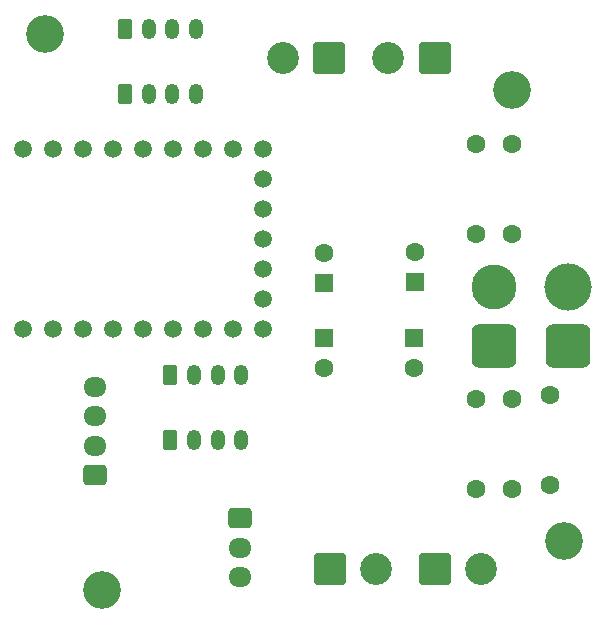
<source format=gbr>
%TF.GenerationSoftware,KiCad,Pcbnew,9.0.6*%
%TF.CreationDate,2026-01-30T21:11:36+09:00*%
%TF.ProjectId,v2_MotorDriver,76325f4d-6f74-46f7-9244-72697665722e,rev?*%
%TF.SameCoordinates,Original*%
%TF.FileFunction,Soldermask,Bot*%
%TF.FilePolarity,Negative*%
%FSLAX46Y46*%
G04 Gerber Fmt 4.6, Leading zero omitted, Abs format (unit mm)*
G04 Created by KiCad (PCBNEW 9.0.6) date 2026-01-30 21:11:36*
%MOMM*%
%LPD*%
G01*
G04 APERTURE LIST*
G04 Aperture macros list*
%AMRoundRect*
0 Rectangle with rounded corners*
0 $1 Rounding radius*
0 $2 $3 $4 $5 $6 $7 $8 $9 X,Y pos of 4 corners*
0 Add a 4 corners polygon primitive as box body*
4,1,4,$2,$3,$4,$5,$6,$7,$8,$9,$2,$3,0*
0 Add four circle primitives for the rounded corners*
1,1,$1+$1,$2,$3*
1,1,$1+$1,$4,$5*
1,1,$1+$1,$6,$7*
1,1,$1+$1,$8,$9*
0 Add four rect primitives between the rounded corners*
20,1,$1+$1,$2,$3,$4,$5,0*
20,1,$1+$1,$4,$5,$6,$7,0*
20,1,$1+$1,$6,$7,$8,$9,0*
20,1,$1+$1,$8,$9,$2,$3,0*%
G04 Aperture macros list end*
%ADD10RoundRect,0.250000X-0.350000X-0.625000X0.350000X-0.625000X0.350000X0.625000X-0.350000X0.625000X0*%
%ADD11O,1.200000X1.750000*%
%ADD12RoundRect,0.250000X-0.550000X0.550000X-0.550000X-0.550000X0.550000X-0.550000X0.550000X0.550000X0*%
%ADD13C,1.600000*%
%ADD14RoundRect,0.760000X1.140000X-1.140000X1.140000X1.140000X-1.140000X1.140000X-1.140000X-1.140000X0*%
%ADD15C,3.800000*%
%ADD16RoundRect,0.250001X1.099999X1.099999X-1.099999X1.099999X-1.099999X-1.099999X1.099999X-1.099999X0*%
%ADD17C,2.700000*%
%ADD18RoundRect,0.250000X0.725000X-0.600000X0.725000X0.600000X-0.725000X0.600000X-0.725000X-0.600000X0*%
%ADD19O,1.950000X1.700000*%
%ADD20RoundRect,0.250001X-1.099999X-1.099999X1.099999X-1.099999X1.099999X1.099999X-1.099999X1.099999X0*%
%ADD21C,1.500000*%
%ADD22RoundRect,0.250000X0.550000X-0.550000X0.550000X0.550000X-0.550000X0.550000X-0.550000X-0.550000X0*%
%ADD23C,3.200000*%
%ADD24RoundRect,0.250000X-0.725000X0.600000X-0.725000X-0.600000X0.725000X-0.600000X0.725000X0.600000X0*%
%ADD25C,4.000000*%
G04 APERTURE END LIST*
D10*
%TO.C,E3*%
X140716000Y-116738400D03*
D11*
X142716000Y-116738400D03*
X144716000Y-116738400D03*
X146716000Y-116738400D03*
%TD*%
D12*
%TO.C,C4*%
X153720800Y-108102400D03*
D13*
X153720800Y-110602400D03*
%TD*%
%TO.C,R5*%
X169672000Y-120853200D03*
X169672000Y-113233200D03*
%TD*%
D14*
%TO.C,MP1*%
X168122600Y-108748200D03*
D15*
X168122600Y-103748200D03*
%TD*%
D16*
%TO.C,M2*%
X163098365Y-84370000D03*
D17*
X159138365Y-84370000D03*
%TD*%
D13*
%TO.C,R6*%
X166573200Y-120853200D03*
X166573200Y-113233200D03*
%TD*%
D18*
%TO.C,J6*%
X134366000Y-119717200D03*
D19*
X134366000Y-117217200D03*
X134366000Y-114717200D03*
X134366000Y-112217200D03*
%TD*%
D12*
%TO.C,C3*%
X161391600Y-108102400D03*
D13*
X161391600Y-110602400D03*
%TD*%
%TO.C,R3*%
X166573200Y-91694000D03*
X166573200Y-99314000D03*
%TD*%
D20*
%TO.C,M4*%
X154198500Y-127618400D03*
D17*
X158158500Y-127618400D03*
%TD*%
D21*
%TO.C,RP2040_Zero1*%
X128270000Y-92075000D03*
X130810000Y-92075000D03*
X133350000Y-92075000D03*
X135890000Y-92075000D03*
X138430000Y-92075000D03*
X140970000Y-92075000D03*
X143510000Y-92075000D03*
X146050000Y-92075000D03*
X148590000Y-92075000D03*
X148590000Y-94615000D03*
X148590000Y-97155000D03*
X148590000Y-99695000D03*
X148590000Y-102235000D03*
X148590000Y-104775000D03*
X148590000Y-107315000D03*
X146050000Y-107315000D03*
X143510000Y-107315000D03*
X140970000Y-107315000D03*
X138430000Y-107315000D03*
X135890000Y-107315000D03*
X133350000Y-107315000D03*
X130810000Y-107315000D03*
X128270000Y-107315000D03*
%TD*%
D10*
%TO.C,E1*%
X136875000Y-87426800D03*
D11*
X138875000Y-87426800D03*
X140875000Y-87426800D03*
X142875000Y-87426800D03*
%TD*%
D22*
%TO.C,C1*%
X153720800Y-103388800D03*
D13*
X153720800Y-100888800D03*
%TD*%
D22*
%TO.C,C2*%
X161442400Y-103338000D03*
D13*
X161442400Y-100838000D03*
%TD*%
%TO.C,R2*%
X172872400Y-120548400D03*
X172872400Y-112928400D03*
%TD*%
D23*
%TO.C,H2*%
X174091600Y-125272800D03*
%TD*%
D13*
%TO.C,R4*%
X169672000Y-91694000D03*
X169672000Y-99314000D03*
%TD*%
D10*
%TO.C,E2*%
X136875000Y-81889600D03*
D11*
X138875000Y-81889600D03*
X140875000Y-81889600D03*
X142875000Y-81889600D03*
%TD*%
D23*
%TO.C,H4*%
X134975600Y-129438400D03*
%TD*%
D20*
%TO.C,M3*%
X163088500Y-127618400D03*
D17*
X167048500Y-127618400D03*
%TD*%
D23*
%TO.C,H1*%
X169621200Y-87071200D03*
%TD*%
D16*
%TO.C,M1*%
X154182118Y-84370000D03*
D17*
X150222118Y-84370000D03*
%TD*%
D24*
%TO.C,BLC_Sign1*%
X146659600Y-123320800D03*
D19*
X146659600Y-125820800D03*
X146659600Y-128320800D03*
%TD*%
D10*
%TO.C,E4*%
X140716000Y-111201200D03*
D11*
X142716000Y-111201200D03*
X144716000Y-111201200D03*
X146716000Y-111201200D03*
%TD*%
D23*
%TO.C,H3*%
X130098800Y-82346800D03*
%TD*%
D14*
%TO.C,BLC_Pow1*%
X174396400Y-108733600D03*
D25*
X174396400Y-103733600D03*
%TD*%
M02*

</source>
